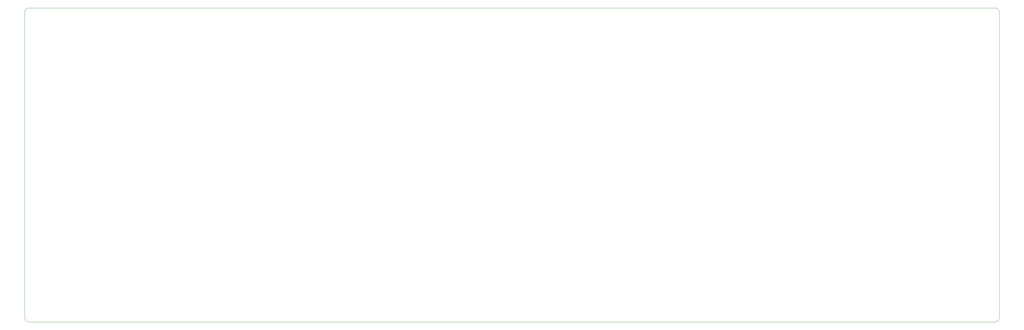
<source format=gbr>
%TF.GenerationSoftware,KiCad,Pcbnew,9.0.3*%
%TF.CreationDate,2025-07-28T21:16:55+07:00*%
%TF.ProjectId,DIY Bluetooth Mechanical Keyboard,44495920-426c-4756-9574-6f6f7468204d,rev?*%
%TF.SameCoordinates,Original*%
%TF.FileFunction,Profile,NP*%
%FSLAX46Y46*%
G04 Gerber Fmt 4.6, Leading zero omitted, Abs format (unit mm)*
G04 Created by KiCad (PCBNEW 9.0.3) date 2025-07-28 21:16:55*
%MOMM*%
%LPD*%
G01*
G04 APERTURE LIST*
%TA.AperFunction,Profile*%
%ADD10C,0.100000*%
%TD*%
G04 APERTURE END LIST*
D10*
X358754550Y-190315850D02*
X52192050Y-190315850D01*
X50692050Y-91803350D02*
G75*
G02*
X52192050Y-90303350I1500050J-50D01*
G01*
X52192050Y-90303350D02*
X358754550Y-90303350D01*
X360254550Y-188815850D02*
G75*
G02*
X358754550Y-190315850I-1500050J50D01*
G01*
X52192050Y-190315850D02*
G75*
G02*
X50692050Y-188815850I50J1500050D01*
G01*
X50692050Y-188815850D02*
X50692050Y-91803350D01*
X360254550Y-91803350D02*
X360254550Y-188815850D01*
X358754550Y-90303350D02*
G75*
G02*
X360254550Y-91803350I-50J-1500050D01*
G01*
M02*

</source>
